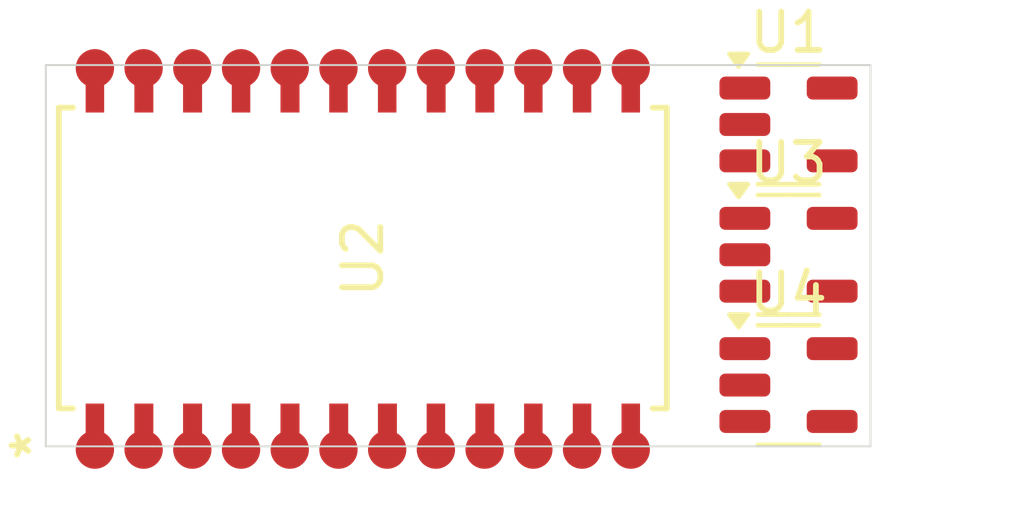
<source format=kicad_pcb>
(kicad_pcb (version 20240108) (generator "pcbnew") (generator_version "8.0")
  (layers (0 "F.Cu" signal) (31 "B.Cu" signal) (34 "B.Paste" user) (35 "F.Paste" user) (36 "B.SilkS" user "B.Silkscreen") (37 "F.SilkS" user "F.Silkscreen") (38 "B.Mask" user) (39 "F.Mask" user) (44 "Edge.Cuts" user))
  (net 0 "")
  (net 7 "Net-(U1-VCC)")
  (net 8 "Net-(U1-Y)")
  (net 9 "Net-(U1-GND)")
  (net 10 "Net-(U2-CLK)")
  (net 11 "Net-(U2-DIN)")
  (footprint "MAX7219:MAX7219-pigipack" (layer "F.Cu") (at 143.515 97.1355 90)
    (property "Reference" "U2" (at 0 0 90) (layer "F.SilkS"))
    (property "Value" "MAX7219" (hide yes))
    (fp_line (start 3.9243 -7.9248) (end -3.9243 -7.9248) (stroke (width 0.1524)) (layer "F.SilkS"))
    (fp_line (start -3.9243 -7.9248) (end -3.9243 -7.55904) (stroke (width 0.1524)) (layer "F.SilkS"))
    (fp_line (start 3.9243 -7.55904) (end 3.9243 -7.9248) (stroke (width 0.1524)) (layer "F.SilkS"))
    (fp_line (start -3.9243 7.55904) (end -3.9243 7.9248) (stroke (width 0.1524)) (layer "F.SilkS"))
    (fp_line (start 3.9243 7.9248) (end 3.9243 7.55904) (stroke (width 0.1524)) (layer "F.SilkS"))
    (fp_line (start -3.9243 7.9248) (end 3.9243 7.9248) (stroke (width 0.1524)) (layer "F.SilkS"))
    (fp_text user "*" (at -4.8895 -8.6106 90) (layer "F.SilkS"))
    (fp_text user "*" (at -4.8895 -8.6106 90) (layer "F.SilkS"))
    (pad "1" connect circle (at -5 -6.985 90) (size 1 1) (layers "F.Cu" "F.Mask") (net 11 "Net-(U2-DIN)"))
    (pad "1" smd rect (at -4.37515 -6.985 90) (size 1.1557 0.4826) (layers "F.Cu" "F.Paste" "F.Mask") (net 11 "Net-(U2-DIN)"))
    (pad "2" connect circle (at -5 -5.715 90) (size 1 1) (layers "F.Cu" "F.Mask"))
    (pad "2" smd rect (at -4.37515 -5.70865 90) (size 1.1557 0.4953) (layers "F.Cu" "F.Paste" "F.Mask"))
    (pad "3" connect circle (at -5 -4.445 90) (size 1 1) (layers "F.Cu" "F.Mask"))
    (pad "3" smd rect (at -4.37515 -4.43865 90) (size 1.1557 0.4953) (layers "F.Cu" "F.Paste" "F.Mask"))
    (pad "4" connect circle (at -5 -3.175 90) (size 1 1) (layers "F.Cu" "F.Mask") (net 9 "Net-(U1-GND)"))
    (pad "4" smd rect (at -4.37515 -3.175 90) (size 1.1557 0.4826) (layers "F.Cu" "F.Paste" "F.Mask") (net 9 "Net-(U1-GND)"))
    (pad "5" connect circle (at -5 -1.905 90) (size 1 1) (layers "F.Cu" "F.Mask"))
    (pad "5" smd rect (at -4.37515 -1.89865 90) (size 1.1557 0.4953) (layers "F.Cu" "F.Paste" "F.Mask"))
    (pad "6" connect circle (at -5 -0.635 90) (size 1 1) (layers "F.Cu" "F.Mask"))
    (pad "6" smd rect (at -4.37515 -0.62865 90) (size 1.1557 0.4953) (layers "F.Cu" "F.Paste" "F.Mask"))
    (pad "7" connect circle (at -5 0.635 90) (size 1 1) (layers "F.Cu" "F.Mask"))
    (pad "7" smd rect (at -4.37515 0.64135 90) (size 1.1557 0.4953) (layers "F.Cu" "F.Paste" "F.Mask"))
    (pad "8" connect circle (at -5 1.905 90) (size 1 1) (layers "F.Cu" "F.Mask"))
    (pad "8" smd rect (at -4.37515 1.905 90) (size 1.1557 0.4826) (layers "F.Cu" "F.Paste" "F.Mask"))
    (pad "9" connect circle (at -5 3.175 90) (size 1 1) (layers "F.Cu" "F.Mask") (net 9 "Net-(U1-GND)"))
    (pad "9" smd rect (at -4.37515 3.18135 90) (size 1.1557 0.4953) (layers "F.Cu" "F.Paste" "F.Mask") (net 9 "Net-(U1-GND)"))
    (pad "10" connect circle (at -5 4.445 90) (size 1 1) (layers "F.Cu" "F.Mask"))
    (pad "10" smd rect (at -4.37515 4.445 90) (size 1.1557 0.4826) (layers "F.Cu" "F.Paste" "F.Mask"))
    (pad "11" connect circle (at -5 5.715 90) (size 1 1) (layers "F.Cu" "F.Mask"))
    (pad "11" smd rect (at -4.37515 5.715 90) (size 1.1557 0.4826) (layers "F.Cu" "F.Paste" "F.Mask"))
    (pad "12" connect circle (at -5 6.985 90) (size 1 1) (layers "F.Cu" "F.Mask") (net 8 "Net-(U1-Y)"))
    (pad "12" smd rect (at -4.37515 6.985 90) (size 1.1557 0.4826) (layers "F.Cu" "F.Paste" "F.Mask") (net 8 "Net-(U1-Y)"))
    (pad "13" smd rect (at 4.37515 6.985 90) (size 1.1557 0.4826) (layers "F.Cu" "F.Paste" "F.Mask") (net 10 "Net-(U2-CLK)"))
    (pad "13" connect circle (at 4.953 6.985 90) (size 1 1) (layers "F.Cu" "F.Mask") (net 10 "Net-(U2-CLK)"))
    (pad "14" smd rect (at 4.37515 5.715 90) (size 1.1557 0.4826) (layers "F.Cu" "F.Paste" "F.Mask"))
    (pad "14" connect circle (at 4.953 5.715 90) (size 1 1) (layers "F.Cu" "F.Mask"))
    (pad "15" smd rect (at 4.37515 4.445 90) (size 1.1557 0.4826) (layers "F.Cu" "F.Paste" "F.Mask"))
    (pad "15" connect circle (at 4.953 4.445 90) (size 1 1) (layers "F.Cu" "F.Mask"))
    (pad "16" smd rect (at 4.37515 3.18135 90) (size 1.1557 0.4953) (layers "F.Cu" "F.Paste" "F.Mask"))
    (pad "16" connect circle (at 4.953 3.175 90) (size 1 1) (layers "F.Cu" "F.Mask"))
    (pad "17" smd rect (at 4.37515 1.91135 90) (size 1.1557 0.4953) (layers "F.Cu" "F.Paste" "F.Mask"))
    (pad "17" connect circle (at 4.953 1.905 90) (size 1 1) (layers "F.Cu" "F.Mask"))
    (pad "18" smd rect (at 4.37515 0.635 90) (size 1.1557 0.4826) (layers "F.Cu" "F.Paste" "F.Mask"))
    (pad "18" connect circle (at 4.953 0.635 90) (size 1 1) (layers "F.Cu" "F.Mask"))
    (pad "19" smd rect (at 4.37515 -0.635 90) (size 1.1557 0.4826) (layers "F.Cu" "F.Paste" "F.Mask") (net 7 "Net-(U1-VCC)"))
    (pad "19" connect circle (at 4.953 -0.635 90) (size 1 1) (layers "F.Cu" "F.Mask") (net 7 "Net-(U1-VCC)"))
    (pad "20" smd rect (at 4.37515 -1.89865 90) (size 1.1557 0.4953) (layers "F.Cu" "F.Paste" "F.Mask"))
    (pad "20" connect circle (at 4.953 -1.905 90) (size 1 1) (layers "F.Cu" "F.Mask"))
    (pad "21" smd rect (at 4.37515 -3.175 90) (size 1.1557 0.4826) (layers "F.Cu" "F.Paste" "F.Mask"))
    (pad "21" connect circle (at 4.953 -3.175 90) (size 1 1) (layers "F.Cu" "F.Mask"))
    (pad "22" smd rect (at 4.37515 -4.43865 90) (size 1.1557 0.4953) (layers "F.Cu" "F.Paste" "F.Mask"))
    (pad "22" connect circle (at 4.953 -4.445 90) (size 1 1) (layers "F.Cu" "F.Mask"))
    (pad "23" smd rect (at 4.37515 -5.70865 90) (size 1.1557 0.4953) (layers "F.Cu" "F.Paste" "F.Mask"))
    (pad "23" connect circle (at 4.953 -5.715 90) (size 1 1) (layers "F.Cu" "F.Mask"))
    (pad "24" smd rect (at 4.37515 -6.985 90) (size 1.1557 0.4826) (layers "F.Cu" "F.Paste" "F.Mask"))
    (pad "24" connect circle (at 4.953 -6.985 90) (size 1 1) (layers "F.Cu" "F.Mask"))
  )
  (footprint "Package_TO_SOT_SMD:SOT-23-5" (layer "F.Cu") (at 154.6125 93.65)
    (property "Reference" "U1" (at 0 -2.4 0) (layer "F.SilkS"))
    (property "Value" "SN74LV1T34DBV")
    (fp_line (start 0 -1.56) (end -0.8 -1.56) (stroke (width 0.12)) (layer "F.SilkS"))
    (fp_line (start 0 -1.56) (end 0.8 -1.56) (stroke (width 0.12)) (layer "F.SilkS"))
    (fp_line (start 0 1.56) (end -0.8 1.56) (stroke (width 0.12)) (layer "F.SilkS"))
    (fp_line (start 0 1.56) (end 0.8 1.56) (stroke (width 0.12)) (layer "F.SilkS"))
    (fp_poly (pts (xy -1.3 -1.51) (xy -1.54 -1.84) (xy -1.06 -1.84) (xy -1.3 -1.51)) (stroke (width 0.12)) (fill solid) (layer "F.SilkS"))
    (pad "1" smd roundrect (at -1.1375 -0.95) (size 1.325 0.6) (layers "F.Cu" "F.Paste" "F.Mask"))
    (pad "2" smd roundrect (at -1.1375 0) (size 1.325 0.6) (layers "F.Cu" "F.Paste" "F.Mask"))
    (pad "3" smd roundrect (at -1.1375 0.95) (size 1.325 0.6) (layers "F.Cu" "F.Paste" "F.Mask") (net 9 "Net-(U1-GND)"))
    (pad "4" smd roundrect (at 1.1375 0.95) (size 1.325 0.6) (layers "F.Cu" "F.Paste" "F.Mask") (net 8 "Net-(U1-Y)"))
    (pad "5" smd roundrect (at 1.1375 -0.95) (size 1.325 0.6) (layers "F.Cu" "F.Paste" "F.Mask") (net 7 "Net-(U1-VCC)"))
  )
  (footprint "Package_TO_SOT_SMD:SOT-23-5" (layer "F.Cu") (at 154.6125 100.45)
    (property "Reference" "U4" (at 0 -2.4 0) (layer "F.SilkS"))
    (property "Value" "SN74LV1T34DBV")
    (fp_line (start 0 -1.56) (end -0.8 -1.56) (stroke (width 0.12)) (layer "F.SilkS"))
    (fp_line (start 0 -1.56) (end 0.8 -1.56) (stroke (width 0.12)) (layer "F.SilkS"))
    (fp_line (start 0 1.56) (end -0.8 1.56) (stroke (width 0.12)) (layer "F.SilkS"))
    (fp_line (start 0 1.56) (end 0.8 1.56) (stroke (width 0.12)) (layer "F.SilkS"))
    (fp_poly (pts (xy -1.3 -1.51) (xy -1.54 -1.84) (xy -1.06 -1.84) (xy -1.3 -1.51)) (stroke (width 0.12)) (fill solid) (layer "F.SilkS"))
    (pad "1" smd roundrect (at -1.1375 -0.95) (size 1.325 0.6) (layers "F.Cu" "F.Paste" "F.Mask"))
    (pad "2" smd roundrect (at -1.1375 0) (size 1.325 0.6) (layers "F.Cu" "F.Paste" "F.Mask"))
    (pad "3" smd roundrect (at -1.1375 0.95) (size 1.325 0.6) (layers "F.Cu" "F.Paste" "F.Mask") (net 9 "Net-(U1-GND)"))
    (pad "4" smd roundrect (at 1.1375 0.95) (size 1.325 0.6) (layers "F.Cu" "F.Paste" "F.Mask") (net 11 "Net-(U2-DIN)"))
    (pad "5" smd roundrect (at 1.1375 -0.95) (size 1.325 0.6) (layers "F.Cu" "F.Paste" "F.Mask") (net 7 "Net-(U1-VCC)"))
  )
  (footprint "Package_TO_SOT_SMD:SOT-23-5" (layer "F.Cu") (at 154.6125 97.05)
    (property "Reference" "U3" (at 0 -2.4 0) (layer "F.SilkS"))
    (property "Value" "SN74LV1T34DBV")
    (fp_line (start 0 -1.56) (end -0.8 -1.56) (stroke (width 0.12)) (layer "F.SilkS"))
    (fp_line (start 0 -1.56) (end 0.8 -1.56) (stroke (width 0.12)) (layer "F.SilkS"))
    (fp_line (start 0 1.56) (end -0.8 1.56) (stroke (width 0.12)) (layer "F.SilkS"))
    (fp_line (start 0 1.56) (end 0.8 1.56) (stroke (width 0.12)) (layer "F.SilkS"))
    (fp_poly (pts (xy -1.3 -1.51) (xy -1.54 -1.84) (xy -1.06 -1.84) (xy -1.3 -1.51)) (stroke (width 0.12)) (fill solid) (layer "F.SilkS"))
    (pad "1" smd roundrect (at -1.1375 -0.95) (size 1.325 0.6) (layers "F.Cu" "F.Paste" "F.Mask"))
    (pad "2" smd roundrect (at -1.1375 0) (size 1.325 0.6) (layers "F.Cu" "F.Paste" "F.Mask"))
    (pad "3" smd roundrect (at -1.1375 0.95) (size 1.325 0.6) (layers "F.Cu" "F.Paste" "F.Mask") (net 9 "Net-(U1-GND)"))
    (pad "4" smd roundrect (at 1.1375 0.95) (size 1.325 0.6) (layers "F.Cu" "F.Paste" "F.Mask") (net 10 "Net-(U2-CLK)"))
    (pad "5" smd roundrect (at 1.1375 -0.95) (size 1.325 0.6) (layers "F.Cu" "F.Paste" "F.Mask") (net 7 "Net-(U1-VCC)"))
  )
  (gr_rect (start 135.25 92.1) (end 156.75 102.05) (stroke (width 0.05)) (fill none) (layer "Edge.Cuts"))
)
</source>
